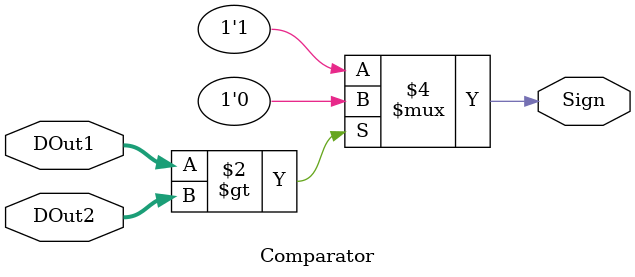
<source format=v>
module Comparator(
    DOut1,
    DOut2,
    Sign
);

input [7:0]DOut1,DOut2;
output Sign;

wire [7:0] DOut1;
wire [7:0] DOut2;
reg Sign;

always @(*)
if(DOut1 > DOut2)
    Sign <= 0;
else
    Sign <= 1;

endmodule

</source>
